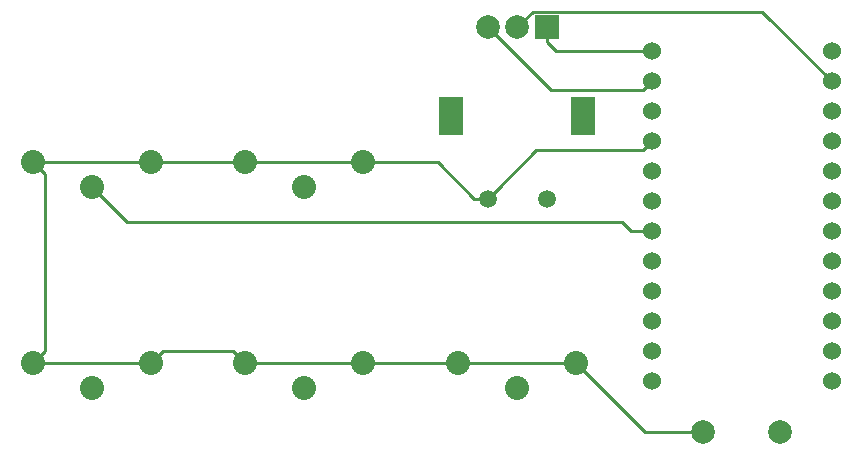
<source format=gbr>
G04 #@! TF.GenerationSoftware,KiCad,Pcbnew,(5.1.5-0-10_14)*
G04 #@! TF.CreationDate,2020-05-01T17:12:48+01:00*
G04 #@! TF.ProjectId,macro1,6d616372-6f31-42e6-9b69-6361645f7063,0.1*
G04 #@! TF.SameCoordinates,Original*
G04 #@! TF.FileFunction,Copper,L2,Bot*
G04 #@! TF.FilePolarity,Positive*
%FSLAX46Y46*%
G04 Gerber Fmt 4.6, Leading zero omitted, Abs format (unit mm)*
G04 Created by KiCad (PCBNEW (5.1.5-0-10_14)) date 2020-05-01 17:12:48*
%MOMM*%
%LPD*%
G04 APERTURE LIST*
%ADD10C,1.524000*%
%ADD11R,2.000000X2.000000*%
%ADD12C,2.000000*%
%ADD13R,2.000000X3.200000*%
%ADD14C,1.500000*%
%ADD15C,2.032000*%
%ADD16C,0.250000*%
G04 APERTURE END LIST*
D10*
X100318600Y-62992000D03*
X100318600Y-65532000D03*
X100318600Y-68072000D03*
X100318600Y-70612000D03*
X100318600Y-73152000D03*
X100318600Y-75692000D03*
X100318600Y-78232000D03*
X100318600Y-80772000D03*
X100318600Y-83312000D03*
X100318600Y-85852000D03*
X100318600Y-88392000D03*
X100318600Y-90932000D03*
X85098600Y-90932000D03*
X85098600Y-88392000D03*
X85098600Y-85852000D03*
X85098600Y-83312000D03*
X85098600Y-80772000D03*
X85098600Y-78232000D03*
X85098600Y-75692000D03*
X85098600Y-73152000D03*
X85098600Y-70612000D03*
X85098600Y-68072000D03*
X85098600Y-65532000D03*
X85098600Y-62992000D03*
D11*
X76200000Y-60960000D03*
D12*
X73700000Y-60960000D03*
X71200000Y-60960000D03*
D13*
X79300000Y-68460000D03*
X68100000Y-68460000D03*
D14*
X76200000Y-75460000D03*
X71200000Y-75460000D03*
D12*
X89460000Y-95250000D03*
X95960000Y-95250000D03*
D15*
X37660000Y-74480000D03*
X32660000Y-72380000D03*
X42660000Y-72380000D03*
X55660000Y-74480000D03*
X50660000Y-72380000D03*
X60660000Y-72380000D03*
X73660000Y-91480000D03*
X68660000Y-89380000D03*
X78660000Y-89380000D03*
X55660000Y-91480000D03*
X50660000Y-89380000D03*
X60660000Y-89380000D03*
X37660000Y-91480000D03*
X32660000Y-89380000D03*
X42660000Y-89380000D03*
D16*
X60660000Y-72380000D02*
X50660000Y-72380000D01*
X50660000Y-72380000D02*
X42660000Y-72380000D01*
X42660000Y-72380000D02*
X32660000Y-72380000D01*
X33675999Y-73395999D02*
X33675999Y-88364001D01*
X33675999Y-88364001D02*
X32660000Y-89380000D01*
X32660000Y-72380000D02*
X33675999Y-73395999D01*
X34096840Y-89380000D02*
X42660000Y-89380000D01*
X32660000Y-89380000D02*
X34096840Y-89380000D01*
X49644001Y-88364001D02*
X50660000Y-89380000D01*
X43675999Y-88364001D02*
X49644001Y-88364001D01*
X42660000Y-89380000D02*
X43675999Y-88364001D01*
X50660000Y-89380000D02*
X60660000Y-89380000D01*
X62096840Y-89380000D02*
X68660000Y-89380000D01*
X60660000Y-89380000D02*
X62096840Y-89380000D01*
X78660000Y-89380000D02*
X68660000Y-89380000D01*
X71120000Y-75460000D02*
X70059340Y-75460000D01*
X66989340Y-72390000D02*
X62230000Y-72390000D01*
X70059340Y-75460000D02*
X66989340Y-72390000D01*
X62230000Y-72390000D02*
X60660000Y-72380000D01*
X84530000Y-95250000D02*
X89460000Y-95250000D01*
X78660000Y-89380000D02*
X84530000Y-95250000D01*
X71949999Y-74710001D02*
X71200000Y-75460000D01*
X75286001Y-71373999D02*
X71949999Y-74710001D01*
X84336601Y-71373999D02*
X75286001Y-71373999D01*
X85098600Y-70612000D02*
X84336601Y-71373999D01*
X75025001Y-59634999D02*
X94421599Y-59634999D01*
X94421599Y-59634999D02*
X100318600Y-65532000D01*
X73700000Y-60960000D02*
X75025001Y-59634999D01*
X40650000Y-77470000D02*
X37660000Y-74480000D01*
X85098600Y-78232000D02*
X83312000Y-78232000D01*
X83312000Y-78232000D02*
X82550000Y-77470000D01*
X82550000Y-77470000D02*
X40650000Y-77470000D01*
X76200000Y-62210000D02*
X76200000Y-60960000D01*
X85098600Y-62992000D02*
X76962000Y-62992000D01*
X76200000Y-62230000D02*
X76200000Y-60960000D01*
X76962000Y-62992000D02*
X76200000Y-62230000D01*
X72199999Y-61959999D02*
X71200000Y-60960000D01*
X76533999Y-66293999D02*
X72199999Y-61959999D01*
X84336601Y-66293999D02*
X76533999Y-66293999D01*
X85098600Y-65532000D02*
X84336601Y-66293999D01*
M02*

</source>
